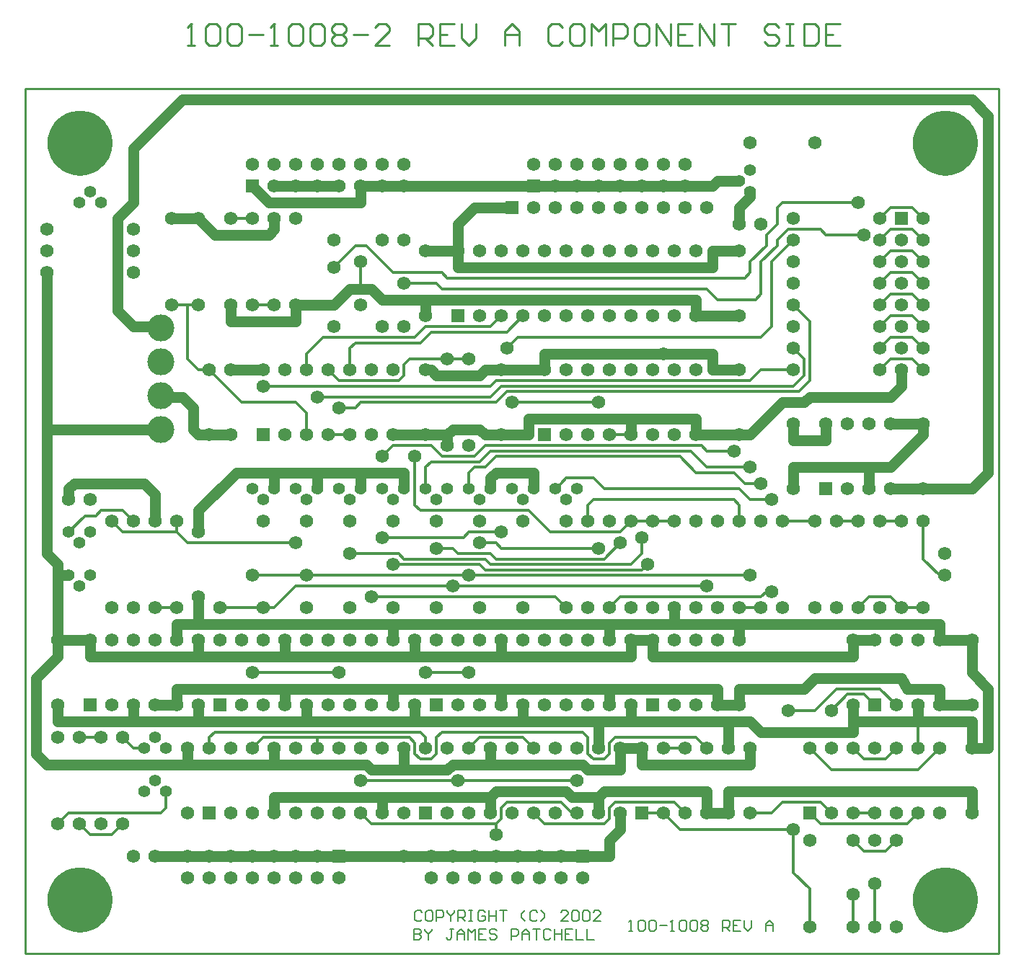
<source format=gtl>
*%FSLAX23Y23*%
*%MOIN*%
G01*
%ADD11C,0.006*%
%ADD12C,0.007*%
%ADD13C,0.008*%
%ADD14C,0.010*%
%ADD15C,0.012*%
%ADD16C,0.032*%
%ADD17C,0.036*%
%ADD18C,0.050*%
%ADD19C,0.052*%
%ADD20C,0.055*%
%ADD21C,0.056*%
%ADD22C,0.059*%
%ADD23C,0.062*%
%ADD24C,0.066*%
%ADD25C,0.070*%
%ADD26C,0.090*%
%ADD27C,0.125*%
%ADD28C,0.129*%
%ADD29C,0.140*%
%ADD30C,0.160*%
%ADD31C,0.250*%
%ADD32R,0.062X0.062*%
%ADD33R,0.066X0.066*%
D13*
X9828Y5869D02*
X9845D01*
X9836D01*
Y5919D01*
X9837D01*
X9836D02*
X9828Y5911D01*
X9870D02*
X9878Y5919D01*
X9895D01*
X9903Y5911D01*
Y5877D01*
X9895Y5869D01*
X9878D01*
X9870Y5877D01*
Y5911D01*
X9920D02*
X9928Y5919D01*
X9945D01*
X9953Y5911D01*
Y5877D01*
X9945Y5869D01*
X9928D01*
X9920Y5877D01*
Y5911D01*
X9970Y5894D02*
X10003D01*
X10020Y5869D02*
X10036D01*
X10028D01*
Y5919D01*
X10029D01*
X10028D02*
X10020Y5911D01*
X10061D02*
X10070Y5919D01*
X10086D01*
X10095Y5911D01*
Y5877D01*
X10086Y5869D01*
X10070D01*
X10061Y5877D01*
Y5911D01*
X10111D02*
X10120Y5919D01*
X10136D01*
X10145Y5911D01*
Y5877D01*
X10136Y5869D01*
X10120D01*
X10111Y5877D01*
Y5911D01*
X10161D02*
X10170Y5919D01*
X10186D01*
X10195Y5911D01*
Y5902D01*
X10186Y5894D01*
X10195Y5886D01*
Y5877D01*
X10186Y5869D01*
X10170D01*
X10161Y5877D01*
Y5886D01*
X10170Y5894D01*
X10161Y5902D01*
Y5911D01*
X10170Y5894D02*
X10186D01*
X10261Y5869D02*
Y5919D01*
X10286D01*
X10295Y5911D01*
Y5894D01*
X10286Y5886D01*
X10261D01*
X10278D02*
X10295Y5869D01*
X10311Y5919D02*
X10344D01*
X10311D02*
Y5869D01*
X10344D01*
X10328Y5894D02*
X10311D01*
X10361Y5886D02*
Y5919D01*
Y5886D02*
X10378Y5869D01*
X10394Y5886D01*
Y5919D01*
X10461Y5902D02*
Y5869D01*
Y5902D02*
X10478Y5919D01*
X10494Y5902D01*
Y5869D01*
Y5894D01*
X10461D01*
X8871Y5956D02*
X8863Y5964D01*
X8846D01*
X8838Y5956D01*
Y5922D01*
X8846Y5914D01*
X8863D01*
X8871Y5922D01*
X8896Y5964D02*
X8913D01*
X8896D02*
X8888Y5956D01*
Y5922D01*
X8896Y5914D01*
X8913D01*
X8921Y5922D01*
Y5956D01*
X8913Y5964D01*
X8938D02*
Y5914D01*
Y5964D02*
X8963D01*
X8971Y5956D01*
Y5939D01*
X8963Y5931D01*
X8938D01*
X8988Y5956D02*
Y5964D01*
Y5956D02*
X9005Y5939D01*
X9021Y5956D01*
Y5964D01*
X9005Y5939D02*
Y5914D01*
X9038D02*
Y5964D01*
X9063D01*
X9071Y5956D01*
Y5939D01*
X9063Y5931D01*
X9038D01*
X9055D02*
X9071Y5914D01*
X9088Y5964D02*
X9105D01*
X9096D01*
Y5914D01*
X9088D01*
X9105D01*
X9155Y5964D02*
X9163Y5956D01*
X9155Y5964D02*
X9138D01*
X9130Y5956D01*
Y5922D01*
X9138Y5914D01*
X9155D01*
X9163Y5922D01*
Y5939D01*
X9146D01*
X9180Y5964D02*
Y5914D01*
Y5939D01*
X9213D01*
Y5964D01*
Y5914D01*
X9230Y5964D02*
X9263D01*
X9246D01*
Y5914D01*
X9330Y5931D02*
X9346Y5914D01*
X9330Y5931D02*
Y5947D01*
X9346Y5964D01*
X9396D02*
X9404Y5956D01*
X9396Y5964D02*
X9379D01*
X9371Y5956D01*
Y5922D01*
X9379Y5914D01*
X9396D01*
X9404Y5922D01*
X9421Y5914D02*
X9438Y5931D01*
Y5947D01*
X9421Y5964D01*
X9513Y5914D02*
X9546D01*
X9513D02*
X9546Y5947D01*
Y5956D01*
X9538Y5964D01*
X9521D01*
X9513Y5956D01*
X9563D02*
X9571Y5964D01*
X9588D01*
X9596Y5956D01*
Y5922D01*
X9588Y5914D01*
X9571D01*
X9563Y5922D01*
Y5956D01*
X9613D02*
X9621Y5964D01*
X9638D01*
X9646Y5956D01*
Y5922D01*
X9638Y5914D01*
X9621D01*
X9613Y5922D01*
Y5956D01*
X9663Y5914D02*
X9696D01*
X9663D02*
X9696Y5947D01*
Y5956D01*
X9688Y5964D01*
X9671D01*
X9663Y5956D01*
X8833Y5879D02*
Y5829D01*
X8858D01*
X8866Y5837D01*
Y5846D01*
X8858Y5854D01*
X8833D01*
X8834D01*
X8833D02*
X8834D01*
X8833D02*
X8834D01*
X8833D02*
X8858D01*
X8866Y5862D01*
Y5871D01*
X8858Y5879D01*
X8833D01*
X8883D02*
Y5871D01*
X8900Y5854D01*
X8916Y5871D01*
Y5879D01*
X8900Y5854D02*
Y5829D01*
X9000Y5879D02*
X9016D01*
X9008D02*
X9000D01*
X9008D02*
Y5837D01*
X9000Y5829D01*
X8991D01*
X8983Y5837D01*
X9033Y5829D02*
Y5862D01*
X9050Y5879D01*
X9066Y5862D01*
Y5829D01*
Y5854D01*
X9033D01*
X9083Y5829D02*
Y5879D01*
X9100Y5862D01*
X9116Y5879D01*
Y5829D01*
X9133Y5879D02*
X9166D01*
X9133D02*
Y5829D01*
X9166D01*
X9150Y5854D02*
X9133D01*
X9208Y5879D02*
X9216Y5871D01*
X9208Y5879D02*
X9191D01*
X9183Y5871D01*
Y5862D01*
X9191Y5854D01*
X9208D01*
X9216Y5846D01*
Y5837D01*
X9208Y5829D01*
X9191D01*
X9183Y5837D01*
X9283Y5829D02*
Y5879D01*
X9308D01*
X9316Y5871D01*
Y5854D01*
X9308Y5846D01*
X9283D01*
X9333Y5829D02*
Y5862D01*
X9349Y5879D01*
X9366Y5862D01*
Y5829D01*
Y5854D01*
X9333D01*
X9383Y5879D02*
X9416D01*
X9399D01*
Y5829D01*
X9458Y5879D02*
X9466Y5871D01*
X9458Y5879D02*
X9441D01*
X9433Y5871D01*
Y5837D01*
X9441Y5829D01*
X9458D01*
X9466Y5837D01*
X9483Y5829D02*
Y5879D01*
Y5854D02*
Y5829D01*
Y5854D02*
X9516D01*
Y5879D01*
Y5829D01*
X9533Y5879D02*
X9566D01*
X9533D02*
Y5829D01*
X9566D01*
X9549Y5854D02*
X9533D01*
X9583Y5879D02*
Y5829D01*
X9616D01*
X9633D02*
Y5879D01*
Y5829D02*
X9666D01*
D14*
X7821Y9964D02*
X7788D01*
X7805D02*
X7821D01*
X7805D02*
Y10064D01*
X7806D01*
X7805D02*
X7788Y10047D01*
X7871D02*
X7888Y10064D01*
X7921D01*
X7938Y10047D01*
Y9981D01*
X7921Y9964D01*
X7888D01*
X7871Y9981D01*
Y10047D01*
X7971D02*
X7988Y10064D01*
X8021D01*
X8038Y10047D01*
Y9981D01*
X8021Y9964D01*
X7988D01*
X7971Y9981D01*
Y10047D01*
X8071Y10014D02*
X8138D01*
X8171Y9964D02*
X8205D01*
X8188D01*
Y10064D01*
X8189D01*
X8188D02*
X8171Y10047D01*
X8255D02*
X8271Y10064D01*
X8304D01*
X8321Y10047D01*
Y9981D01*
X8304Y9964D01*
X8271D01*
X8255Y9981D01*
Y10047D01*
X8354D02*
X8371Y10064D01*
X8404D01*
X8421Y10047D01*
Y9981D01*
X8404Y9964D01*
X8371D01*
X8354Y9981D01*
Y10047D01*
X8454D02*
X8471Y10064D01*
X8504D01*
X8521Y10047D01*
Y10031D01*
X8504Y10014D01*
X8521Y9997D01*
Y9981D01*
X8504Y9964D01*
X8471D01*
X8454Y9981D01*
Y9997D01*
X8471Y10014D01*
X8454Y10031D01*
Y10047D01*
X8471Y10014D02*
X8504D01*
X8554D02*
X8621D01*
X8654Y9964D02*
X8721D01*
X8654D02*
X8721Y10031D01*
Y10047D01*
X8704Y10064D01*
X8671D01*
X8654Y10047D01*
X8854Y10064D02*
Y9964D01*
Y10064D02*
X8904D01*
X8921Y10047D01*
Y10014D01*
X8904Y9997D01*
X8854D01*
X8888D02*
X8921Y9964D01*
X8954Y10064D02*
X9021D01*
X8954D02*
Y9964D01*
X9021D01*
X8988Y10014D02*
X8954D01*
X9054Y9997D02*
Y10064D01*
Y9997D02*
X9088Y9964D01*
X9121Y9997D01*
Y10064D01*
X9254Y10031D02*
Y9964D01*
Y10031D02*
X9288Y10064D01*
X9321Y10031D01*
Y9964D01*
Y10014D01*
X9254D01*
X9504Y10064D02*
X9521Y10047D01*
X9504Y10064D02*
X9471D01*
X9454Y10047D01*
Y9981D01*
X9471Y9964D01*
X9504D01*
X9521Y9981D01*
X9571Y10064D02*
X9604D01*
X9571D02*
X9554Y10047D01*
Y9981D01*
X9571Y9964D01*
X9604D01*
X9621Y9981D01*
Y10047D01*
X9604Y10064D01*
X9654D02*
Y9964D01*
X9687Y10031D02*
X9654Y10064D01*
X9687Y10031D02*
X9721Y10064D01*
Y9964D01*
X9754D02*
Y10064D01*
X9804D01*
X9821Y10047D01*
Y10014D01*
X9804Y9997D01*
X9754D01*
X9871Y10064D02*
X9904D01*
X9871D02*
X9854Y10047D01*
Y9981D01*
X9871Y9964D01*
X9904D01*
X9921Y9981D01*
Y10047D01*
X9904Y10064D01*
X9954D02*
Y9964D01*
X10021D02*
X9954Y10064D01*
X10021D02*
Y9964D01*
X10054Y10064D02*
X10121D01*
X10054D02*
Y9964D01*
X10121D01*
X10087Y10014D02*
X10054D01*
X10154Y9964D02*
Y10064D01*
X10221Y9964D01*
Y10064D01*
X10254D02*
X10321D01*
X10287D01*
Y9964D01*
X10504Y10064D02*
X10520Y10047D01*
X10504Y10064D02*
X10470D01*
X10454Y10047D01*
Y10031D01*
X10470Y10014D01*
X10504D01*
X10520Y9997D01*
Y9981D01*
X10504Y9964D01*
X10470D01*
X10454Y9981D01*
X10554Y10064D02*
X10587D01*
X10570D01*
Y9964D01*
X10554D01*
X10587D01*
X10637D02*
Y10064D01*
Y9964D02*
X10687D01*
X10704Y9981D01*
Y10047D01*
X10687Y10064D01*
X10637D01*
X10737D02*
X10804D01*
X10737D02*
Y9964D01*
X10804D01*
X10770Y10014D02*
X10737D01*
X11538Y9764D02*
X7038D01*
Y5764D02*
X11538D01*
X7038D02*
Y9764D01*
X11538D02*
Y5764D01*
D15*
X8038Y8314D02*
X7888Y8464D01*
X8613Y9039D02*
X8738Y8914D01*
X7238Y6414D02*
X7188Y6364D01*
X7363Y7789D02*
X7388Y7814D01*
X7313Y7789D02*
X7238Y7714D01*
X7288Y6364D02*
X7338Y6314D01*
X7438D01*
X10913Y6239D02*
X11013D01*
X7488Y6364D02*
X7438Y6314D01*
X7538Y6714D02*
X7488Y6764D01*
X7538Y7764D02*
X7488Y7814D01*
X7438Y7764D02*
X7488Y7714D01*
X10713Y6364D02*
X11113D01*
X10963Y6414D02*
X10863D01*
X9713Y6364D02*
X9438D01*
X9763Y6464D02*
X10038D01*
X9213Y6364D02*
X8638D01*
X9263Y6464D02*
X9513D01*
X9563Y6414D02*
X9588D01*
X7663D02*
X7238D01*
X10063Y6339D02*
X10588D01*
X9988Y6414D02*
X9888D01*
X10538Y6464D02*
X10713D01*
X10488Y6414D02*
X10388D01*
X7688Y6439D02*
Y6514D01*
X7788Y8514D02*
Y8764D01*
X7738Y7764D02*
Y7714D01*
X7688Y6439D02*
X7663Y6414D01*
X7838Y8464D02*
X7788Y8514D01*
X7738Y7714D02*
X7788Y7664D01*
X10913Y6664D02*
X11013D01*
X8913D02*
X8863D01*
X9663D02*
X9713D01*
X9988Y6714D02*
X10088D01*
X7588D02*
X7538D01*
X8588Y6564D02*
X9588D01*
X10763Y6614D02*
X11163D01*
X7888Y6714D02*
Y6764D01*
X7913Y6789D01*
X8138Y6764D02*
X8813D01*
X8963Y6789D02*
X9613D01*
X9763Y6764D02*
X10138D01*
X8863Y6789D02*
X7913D01*
X9138Y6764D02*
X9338D01*
X7388D02*
X7288D01*
X10563Y6889D02*
X10688D01*
X8138Y6764D02*
X8088Y6714D01*
X8188Y7364D02*
X8288Y7464D01*
X8088Y7064D02*
X8488D01*
X8888D02*
X9088D01*
X10838Y6964D02*
X10913D01*
X10988Y6989D02*
X10788D01*
X8338Y8164D02*
Y8264D01*
Y8464D02*
Y8539D01*
X8413Y8614D01*
X8288Y8314D02*
X8338Y8264D01*
X8388Y6764D02*
Y6714D01*
X8538Y8464D02*
Y8564D01*
X8563Y8589D01*
X8588Y8314D02*
X8563Y8289D01*
X8463Y8939D02*
X8563Y9039D01*
X8438Y8464D02*
X8488Y8414D01*
X10463Y7439D02*
X10488D01*
X10438Y7414D02*
X9788D01*
X10338Y7364D02*
X10343D01*
X10438D01*
X10188Y7464D02*
X9013D01*
X8288D01*
X8188Y7364D02*
X8138D01*
X7938D01*
X7738D02*
X7638D01*
X8638Y7414D02*
X9488D01*
X10938D02*
X11038D01*
X11088Y7364D02*
X11188D01*
X8588Y8839D02*
Y8964D01*
X8788Y8439D02*
X8763Y8414D01*
X8738Y8114D02*
X8688Y8064D01*
X8763Y7614D02*
X8788Y7589D01*
X8588Y6414D02*
X8638Y6364D01*
X9138Y7664D02*
X9213D01*
X9013Y7639D02*
X8938D01*
X9088Y7514D02*
X8338D01*
X8688Y7689D02*
X9063D01*
X9138Y7564D02*
X8738D01*
X8788Y7589D02*
X9163D01*
X9188Y7614D02*
X9038D01*
X11263Y7514D02*
X11288D01*
X9688Y7639D02*
X9238D01*
X9213Y7589D02*
X9713D01*
X9838Y7564D02*
X9188D01*
X9163Y7539D02*
X9888D01*
X10388Y7514D02*
X9088D01*
X8763Y7614D02*
X8538D01*
X8338Y7514D02*
X8088D01*
X8288Y7664D02*
X7788D01*
X8838Y6739D02*
Y6689D01*
X8938D02*
Y6764D01*
X8888D02*
Y6714D01*
X8788Y8439D02*
Y8489D01*
X8888Y8014D02*
Y7914D01*
X8838Y7839D02*
Y8064D01*
X8938Y6689D02*
X8913Y6664D01*
X8938Y6764D02*
X8963Y6789D01*
X8838Y8614D02*
X8888Y8664D01*
X8813Y8514D02*
X8788Y8489D01*
X8863Y8589D02*
X8913Y8639D01*
Y8039D02*
X8888Y8014D01*
X8813Y6764D02*
X8838Y6739D01*
Y6689D02*
X8863Y6664D01*
X8888Y6764D02*
X8863Y6789D01*
Y7814D02*
X8838Y7839D01*
X8963Y8064D02*
X8913Y8114D01*
X8963Y8839D02*
X8938Y8864D01*
X8963Y8914D02*
X8988Y8889D01*
X7488Y7814D02*
X7388D01*
X7363Y7789D02*
X7313D01*
X9838Y7764D02*
X9938D01*
X10038D01*
X10313Y7864D02*
X9663D01*
X9238Y7714D02*
X9088D01*
X9463D02*
X9788D01*
X9363Y7814D02*
X8863D01*
X10388Y7864D02*
X10488D01*
X10788Y7764D02*
X10888D01*
X10988D02*
X11088D01*
X10688D02*
X10538D01*
X7738Y7714D02*
X7488D01*
X9088Y7914D02*
Y7989D01*
X9138Y6764D02*
X9088Y6714D01*
X9063Y7689D02*
X9088Y7714D01*
X9113Y8064D02*
X9163Y8114D01*
X9188Y8089D02*
X9138Y8039D01*
X9113Y8014D02*
X9088Y7989D01*
X9163Y8014D02*
X9213Y8064D01*
X9013Y7639D02*
X9038Y7614D01*
X9163Y7589D02*
X9188Y7564D01*
X9163Y7539D02*
X9138Y7564D01*
X9538Y7964D02*
X9663D01*
X9113Y8064D02*
X8963D01*
X10188Y8089D02*
X10313D01*
X9113Y8039D02*
X8913D01*
X9113D02*
X9138D01*
X9188Y8089D02*
X10113D01*
X10188Y8014D02*
X10388D01*
X9163D02*
X9113D01*
X9213Y8064D02*
X10063D01*
X10138Y7989D02*
X10313D01*
X10338Y7914D02*
X9713D01*
X10363Y7939D02*
X10438D01*
X9238Y6439D02*
Y6389D01*
X9213Y6364D02*
Y6314D01*
Y6364D02*
X9238Y6389D01*
Y6439D02*
X9263Y6464D01*
X9188Y8664D02*
X9238Y8714D01*
X9263Y8639D02*
X9338Y8714D01*
X9213Y8414D02*
X9188Y8389D01*
Y8339D02*
X9238Y8389D01*
X9263Y8364D02*
X9213Y8314D01*
X9263Y8564D02*
X9313Y8614D01*
X9338Y6764D02*
X9388Y6714D01*
X9463Y7714D02*
X9363Y7814D01*
X9213Y7664D02*
X9238Y7639D01*
X9188Y7614D02*
X9213Y7589D01*
X9738Y8164D02*
X9838D01*
X8538D02*
X8438D01*
X9163Y8114D02*
X10163D01*
X8913D02*
X8738D01*
X9488Y7914D02*
X9513Y7939D01*
X9538Y7964D01*
X9388Y6414D02*
X9438Y6364D01*
X9513Y6464D02*
X9563Y6414D01*
X9538Y7364D02*
X9488Y7414D01*
X9288Y8314D02*
X9688D01*
X8288D02*
X8038D01*
X7888Y8464D02*
X7838D01*
X8488Y8414D02*
X8763D01*
X9188Y8389D02*
X8138D01*
X9213Y8414D02*
X10388D01*
X10438Y8464D02*
X10588D01*
X9163Y8339D02*
X8388D01*
X9163D02*
X9188D01*
X9238Y8389D02*
X10563D01*
X10588D01*
X8563Y8289D02*
X8488D01*
X8588Y8314D02*
X9213D01*
X9263Y8364D02*
X10613D01*
X9738Y6439D02*
Y6389D01*
X9638Y6689D02*
Y6764D01*
X9738Y6739D02*
Y6689D01*
X9638Y7764D02*
Y7839D01*
X9738Y6389D02*
X9713Y6364D01*
X9738Y6439D02*
X9763Y6464D01*
X9713Y6664D02*
X9738Y6689D01*
Y6739D02*
X9763Y6764D01*
X9738Y7364D02*
X9788Y7414D01*
X9638Y7839D02*
X9663Y7864D01*
X9788Y7664D02*
X9713Y7589D01*
X9613Y6789D02*
X9638Y6764D01*
Y6689D02*
X9663Y6664D01*
X9713Y7914D02*
X9663Y7964D01*
X11038Y8614D02*
X11138D01*
Y8514D02*
X11038D01*
X9188Y8664D02*
X8888D01*
X8838Y8614D02*
X8413D01*
X8813Y8514D02*
X8988D01*
X9088D01*
X8913Y8639D02*
X9263D01*
X8863Y8589D02*
X8563D01*
X9313Y8614D02*
X10438D01*
X9888Y7689D02*
Y7614D01*
X9788Y7714D02*
X9838Y7764D01*
X9913Y7564D02*
X9888Y7539D01*
X9838Y7564D02*
X9888Y7614D01*
X7838Y8764D02*
X7713D01*
X8088D02*
X8188D01*
X11038Y8814D02*
X11138D01*
Y8714D02*
X11038D01*
X8938Y8864D02*
X8788D01*
X8963Y8839D02*
X10188D01*
X10238Y8789D02*
X10413D01*
X10038Y6464D02*
X10088Y6414D01*
X10188Y6714D02*
X10138Y6764D01*
X10188Y8014D02*
X10113Y8089D01*
X10063Y8064D02*
X10138Y7989D01*
X9988Y6414D02*
X10063Y6339D01*
X11038Y9014D02*
X11138D01*
Y8914D02*
X11038D01*
X8613Y9039D02*
X8563D01*
X8738Y8914D02*
X8963D01*
X8988Y8889D02*
X10363D01*
X10338Y7839D02*
Y7764D01*
Y7839D02*
X10313Y7864D01*
X10188Y8089D02*
X10163Y8114D01*
X10338Y7914D02*
X10388Y7864D01*
X10363Y7939D02*
X10313Y7989D01*
X10238Y8789D02*
X10188Y8839D01*
X8088Y9164D02*
X7988D01*
X11038Y9214D02*
X11138D01*
Y9114D02*
X11038D01*
X10713D02*
X10563D01*
X10538Y9239D02*
X10888D01*
X10913Y9089D02*
X10738D01*
X10488Y8964D02*
Y8664D01*
X10438Y8814D02*
Y8964D01*
X10513Y9039D02*
Y9064D01*
X10388Y8964D02*
Y8914D01*
X10463Y9039D02*
Y9089D01*
X10513Y9139D02*
Y9214D01*
X10463Y7439D02*
X10438Y7414D01*
X10388Y8414D02*
X10438Y8464D01*
Y8614D02*
X10488Y8664D01*
Y8964D02*
X10588Y9064D01*
X10538Y6464D02*
X10488Y6414D01*
X10413Y8789D02*
X10438Y8814D01*
Y8964D02*
X10513Y9039D01*
Y9064D02*
X10563Y9114D01*
X10388Y8914D02*
X10363Y8889D01*
X10388Y8964D02*
X10463Y9039D01*
Y9089D02*
X10513Y9139D01*
Y9214D02*
X10538Y9239D01*
X10638Y8514D02*
Y8439D01*
X10663Y8414D02*
Y8689D01*
Y6064D02*
Y5989D01*
X10588Y6139D02*
Y6339D01*
X10663Y5989D02*
Y5889D01*
X10588Y8389D02*
X10638Y8439D01*
X10663Y8414D02*
X10613Y8364D01*
X10788Y6989D02*
X10688Y6889D01*
X10663Y6714D02*
X10763Y6614D01*
X10638Y8514D02*
X10588Y8564D01*
X10663Y8689D02*
X10588Y8764D01*
X10663Y6414D02*
X10713Y6364D01*
X10588Y6139D02*
X10663Y6064D01*
X10763Y6414D02*
X10713Y6464D01*
X10738Y9089D02*
X10713Y9114D01*
X10863Y6039D02*
Y5889D01*
X10763Y6889D02*
X10838Y6964D01*
X10888Y7364D02*
X10938Y7414D01*
X10863Y6714D02*
X10913Y6664D01*
X10963Y6914D02*
X10913Y6964D01*
X10863Y6289D02*
X10913Y6239D01*
X10963Y6089D02*
Y5889D01*
X11113Y6364D02*
X11163Y6414D01*
X11013Y6664D02*
X11063Y6714D01*
X10988Y9164D02*
X11038Y9214D01*
Y9114D02*
X10988Y9064D01*
X11038Y9014D02*
X10988Y8964D01*
X11038Y8914D02*
X10988Y8864D01*
X11038Y8814D02*
X10988Y8764D01*
X11038Y8714D02*
X10988Y8664D01*
X11038Y8614D02*
X10988Y8564D01*
X11038Y8514D02*
X10988Y8464D01*
X11063Y6289D02*
X11013Y6239D01*
X11063Y6914D02*
X10988Y6989D01*
X11088Y7364D02*
X11038Y7414D01*
X11163Y6914D02*
Y6714D01*
X11188Y7589D02*
Y7764D01*
X11263Y6714D02*
X11163Y6614D01*
X11188Y9164D02*
X11138Y9214D01*
Y9114D02*
X11188Y9064D01*
X11138Y9014D02*
X11188Y8964D01*
X11138Y8914D02*
X11188Y8864D01*
X11138Y8814D02*
X11188Y8764D01*
X11138Y8714D02*
X11188Y8664D01*
X11138Y8614D02*
X11188Y8564D01*
X11138Y8514D02*
X11188Y8464D01*
Y7589D02*
X11263Y7514D01*
D18*
X7538Y9239D02*
X7463Y9164D01*
X10388Y8164D02*
X10538Y8314D01*
X10638D02*
X10663Y8339D01*
X11038D02*
X11088Y8389D01*
X7763Y9714D02*
X7538Y9489D01*
X11463Y7964D02*
X11488Y7989D01*
X11463Y7964D02*
X11413Y7914D01*
X7188Y7139D02*
X7088Y7039D01*
X9688Y6489D02*
X9713Y6514D01*
X9213D02*
X9188Y6489D01*
X9013Y6639D02*
X8988Y6614D01*
X11038Y8014D02*
X11188Y8164D01*
X7263Y7939D02*
X7238Y7914D01*
X10338Y9214D02*
X10388Y9264D01*
X10238Y9339D02*
X10213Y9314D01*
X9113Y9214D02*
X9038Y9139D01*
X8538Y8839D02*
X8463Y8764D01*
X9013Y8189D02*
X8988Y8164D01*
X9138Y8439D02*
X9163Y8464D01*
X8013Y7989D02*
X7838Y7814D01*
X9188Y7964D02*
X9213Y7989D01*
X9788Y6339D02*
X9738Y6289D01*
X10638Y6989D02*
X10688Y7039D01*
X8188Y9114D02*
X8163Y9089D01*
X7763Y8339D02*
X7813Y8289D01*
Y8189D02*
X7838Y8164D01*
X7188Y7564D02*
X7138Y7614D01*
X7538Y8664D02*
X7463Y8739D01*
X11413Y9714D02*
X11488Y9639D01*
X7888Y9114D02*
X7838Y9164D01*
X7088Y6689D02*
X7138Y6639D01*
X9538Y6514D02*
X9563Y6489D01*
X9638Y6614D02*
X9613Y6639D01*
X11413Y7064D02*
X11488Y6989D01*
X8638Y6614D02*
X8613Y6639D01*
X7638Y7889D02*
X7588Y7939D01*
X8638Y8839D02*
X8688Y8789D01*
X8163Y9239D02*
X8138Y9264D01*
X8088Y9314D01*
X9138Y8189D02*
X9163Y8164D01*
X8938Y8439D02*
X8913Y8464D01*
X10388Y6839D02*
X10438Y6789D01*
X7913Y9089D02*
X7888Y9114D01*
X11088Y7039D02*
X11113Y6989D01*
X7138Y7614D02*
Y8914D01*
X7188Y7564D02*
Y7514D01*
Y7214D01*
Y7139D01*
X7088Y7039D02*
Y6689D01*
X7188Y6839D02*
Y6914D01*
X7238Y7864D02*
Y7914D01*
X7338Y7214D02*
Y7139D01*
X8913Y6214D02*
X9013D01*
X9113D01*
X9213D01*
X9313D01*
X9413D01*
X9513D01*
X9613D01*
X7788D02*
X7638D01*
X7788D02*
X7888D01*
X7988D01*
X8088D01*
X8188D01*
X8288D01*
X8388D01*
X8488D01*
X9613D02*
X9738D01*
X8913D02*
X8488D01*
X7463Y8739D02*
Y9164D01*
X7538Y9239D02*
Y9489D01*
Y6914D02*
Y6839D01*
X9713Y6514D02*
X10188D01*
X9538D02*
X9213D01*
X9563Y6489D02*
X9688D01*
X8688D02*
X8188D01*
X8688D02*
X9188D01*
X10188Y6414D02*
X10288D01*
Y6514D02*
X11413D01*
X7738Y7214D02*
Y7289D01*
Y6989D02*
Y6914D01*
X7638Y7764D02*
Y7889D01*
X7788Y6714D02*
Y6639D01*
X7138D01*
X8638Y6614D02*
X8788D01*
X8988D01*
X9013Y6639D02*
X9188D01*
X9613D01*
X9638Y6614D02*
X9788D01*
X11413Y6714D02*
X11488D01*
X8613Y6639D02*
X8188D01*
X7788D01*
X9788Y6714D02*
X9888D01*
Y6639D02*
X10388D01*
X7813Y8189D02*
Y8289D01*
X7988Y8689D02*
Y8764D01*
X7838Y7814D02*
Y7714D01*
Y6914D02*
Y6839D01*
Y7289D02*
Y7414D01*
Y7214D02*
Y7139D01*
Y6839D02*
X8338D01*
X7838D02*
X7538D01*
X7188D01*
X7638Y6914D02*
X7738D01*
X10238D02*
X10338D01*
X11263D02*
X11413D01*
Y6839D02*
X11163D01*
X10863D01*
X9338D02*
X8838D01*
X8688D01*
X8338D01*
X9338D02*
X9688D01*
X9838D01*
X10288D01*
X10388D01*
X10438Y6789D02*
X10863D01*
X8188Y9114D02*
Y9164D01*
Y6714D02*
Y6639D01*
Y6489D02*
Y6414D01*
Y7914D02*
Y7989D01*
X8238Y6989D02*
X7738D01*
X8238D02*
X8738D01*
X9238D01*
X9738D01*
X10238D01*
X10338D02*
X10638D01*
X10688Y7039D02*
X11088D01*
X11113Y6989D02*
X11263D01*
X8288Y8689D02*
Y8764D01*
X8338Y6914D02*
Y6839D01*
X8238Y7139D02*
Y7214D01*
Y6989D02*
Y6914D01*
X8838Y7139D02*
X9238D01*
X9838D01*
X7838Y7289D02*
X7738D01*
X7838D02*
X8738D01*
X9738D01*
X10038D01*
X10338D01*
X11263Y7214D02*
X11413D01*
X10963D02*
X10863D01*
X9938D02*
X9838D01*
X8838Y7139D02*
X8238D01*
X7838D01*
X7338D01*
Y7214D02*
X7188D01*
X10338Y7289D02*
X11263D01*
X10863Y7139D02*
X9938D01*
X8388Y7914D02*
Y7989D01*
X8588Y9239D02*
Y9314D01*
Y7989D02*
Y7914D01*
X8738Y7289D02*
Y7214D01*
Y6989D02*
Y6914D01*
X8688Y6489D02*
Y6414D01*
X7238Y7514D02*
X7188D01*
X8788Y6714D02*
Y6614D01*
Y7914D02*
Y7989D01*
X8888Y8714D02*
Y8789D01*
X8838Y7214D02*
Y7139D01*
Y6914D02*
Y6839D01*
X9038Y9014D02*
Y9139D01*
Y9014D02*
Y8939D01*
X8988Y8164D02*
Y8114D01*
X11188Y7914D02*
X11413D01*
X11038Y8014D02*
X10588D01*
X11038Y7914D02*
X11188D01*
X7588Y7939D02*
X7263D01*
X8588Y7989D02*
X8788D01*
X8588D02*
X8388D01*
X8188D01*
X8013D01*
X9213D02*
X9388D01*
X9363Y8164D02*
Y8239D01*
X9238Y7214D02*
Y7139D01*
X9188Y7914D02*
Y7964D01*
X9238Y6989D02*
Y6914D01*
X9188Y6489D02*
Y6414D01*
X9338Y6839D02*
Y6914D01*
X9188Y6714D02*
Y6639D01*
X10338Y8164D02*
X10388D01*
X7888D02*
X7838D01*
X7663Y8189D02*
X7138D01*
X10588Y8139D02*
X10738D01*
X9363Y8164D02*
X9238D01*
X9363Y8239D02*
X10138D01*
Y8164D02*
X10338D01*
X9138Y8189D02*
X9013D01*
X9163Y8164D02*
X9238D01*
X8988D02*
X8888D01*
X8738D01*
X7988D02*
X7888D01*
X11038Y8214D02*
X11188D01*
X9388Y7989D02*
Y7914D01*
X9438Y8464D02*
Y8539D01*
X10538Y8314D02*
X10638D01*
X10663Y8339D02*
X11038D01*
X7763D02*
X7663D01*
X7988Y8464D02*
X8138D01*
X8888D02*
X8913D01*
X8938Y8439D02*
X9138D01*
X9163Y8464D02*
X9238D01*
X9438D01*
X10213D02*
X10338D01*
X9738Y6289D02*
Y6214D01*
Y7214D02*
Y7289D01*
Y6989D02*
Y6914D01*
X9688Y6489D02*
Y6414D01*
Y6714D02*
Y6839D01*
X7663Y8664D02*
X7538D01*
X9438Y8539D02*
X10213D01*
X9838Y8239D02*
Y8164D01*
X9788Y6714D02*
Y6614D01*
X9838Y7139D02*
Y7214D01*
X9938D02*
Y7139D01*
X9888Y6714D02*
Y6639D01*
X9788Y6414D02*
Y6339D01*
X9838Y6839D02*
Y6914D01*
X8463Y8764D02*
X8288D01*
X8538Y8839D02*
X8638D01*
X8688Y8789D02*
X8888D01*
X8288Y8689D02*
X7988D01*
X8888Y8789D02*
X10138D01*
Y8714D02*
X10338D01*
X10138Y8239D02*
Y8164D01*
Y8714D02*
Y8789D01*
X10038Y7364D02*
Y7289D01*
X10213Y9014D02*
X10338D01*
X10213Y8939D02*
X9038D01*
Y9014D02*
X8888D01*
X10188Y6514D02*
Y6414D01*
X10338Y9139D02*
Y9214D01*
X10213Y9014D02*
Y8939D01*
X10238Y6989D02*
Y6914D01*
X10338D02*
Y6989D01*
X10213Y8464D02*
Y8539D01*
X10288Y6514D02*
Y6414D01*
Y6714D02*
Y6839D01*
X10338Y7214D02*
Y7289D01*
X7838Y9164D02*
X7713D01*
X9113Y9214D02*
X9288D01*
X8588Y9239D02*
X8163D01*
Y9089D02*
X7913D01*
X10388Y9264D02*
Y9289D01*
Y6714D02*
Y6639D01*
X9388Y9314D02*
X8788D01*
X10238Y9339D02*
X10338D01*
X10213Y9314D02*
X10088D01*
X8288D02*
X8188D01*
X8288D02*
X8388D01*
X8488D01*
X8588D02*
X8688D01*
X8788D01*
X9388D02*
X9488D01*
X9588D01*
X9688D01*
X9788D01*
X9888D01*
X9988D01*
X10088D01*
X10588Y8014D02*
Y7989D01*
Y8139D02*
Y8214D01*
Y7989D02*
Y7914D01*
X10738Y8139D02*
Y8214D01*
X10863Y7214D02*
Y7139D01*
Y6914D02*
Y6839D01*
Y6789D02*
Y6914D01*
X11413Y9714D02*
X7763D01*
X11088Y8464D02*
Y8389D01*
X10938Y8014D02*
Y7914D01*
X11188Y8164D02*
Y8214D01*
X11263Y7289D02*
Y7214D01*
Y6989D02*
Y6914D01*
X11163D02*
Y6839D01*
X11488Y7989D02*
Y9639D01*
Y6989D02*
Y6714D01*
X11413Y7064D02*
Y7214D01*
Y6839D02*
Y6714D01*
Y6514D02*
Y6414D01*
X7163Y6014D02*
X7164D01*
X7163D02*
X7163Y6004D01*
X7165Y5994D01*
X7167Y5984D01*
X7169Y5974D01*
X7173Y5965D01*
X7177Y5956D01*
X7182Y5947D01*
X7188Y5939D01*
X7194Y5931D01*
X7201Y5924D01*
X7209Y5917D01*
X7217Y5911D01*
X7226Y5906D01*
X7234Y5901D01*
X7244Y5897D01*
X7253Y5894D01*
X7263Y5892D01*
X7273Y5890D01*
X7283Y5889D01*
X7293D01*
X7303Y5890D01*
X7313Y5892D01*
X7323Y5894D01*
X7332Y5897D01*
X7342Y5901D01*
X7350Y5906D01*
X7359Y5911D01*
X7367Y5917D01*
X7375Y5924D01*
X7382Y5931D01*
X7388Y5939D01*
X7394Y5947D01*
X7399Y5956D01*
X7403Y5965D01*
X7407Y5974D01*
X7409Y5984D01*
X7411Y5994D01*
X7413Y6004D01*
X7413Y6014D01*
X7414D01*
X7413D02*
X7413Y6024D01*
X7411Y6034D01*
X7409Y6044D01*
X7407Y6054D01*
X7403Y6063D01*
X7399Y6072D01*
X7394Y6081D01*
X7388Y6089D01*
X7382Y6097D01*
X7375Y6104D01*
X7367Y6111D01*
X7359Y6117D01*
X7350Y6122D01*
X7342Y6127D01*
X7332Y6131D01*
X7323Y6134D01*
X7313Y6136D01*
X7303Y6138D01*
X7293Y6139D01*
X7283D01*
X7273Y6138D01*
X7263Y6136D01*
X7253Y6134D01*
X7244Y6131D01*
X7234Y6127D01*
X7226Y6122D01*
X7217Y6117D01*
X7209Y6111D01*
X7201Y6104D01*
X7194Y6097D01*
X7188Y6089D01*
X7182Y6081D01*
X7177Y6072D01*
X7173Y6063D01*
X7169Y6054D01*
X7167Y6044D01*
X7165Y6034D01*
X7163Y6024D01*
X7163Y6014D01*
X7211D02*
X7212D01*
X7211D02*
X7212Y6005D01*
X7213Y5996D01*
X7216Y5988D01*
X7219Y5979D01*
X7224Y5972D01*
X7229Y5965D01*
X7235Y5958D01*
X7242Y5952D01*
X7250Y5947D01*
X7258Y5943D01*
X7266Y5940D01*
X7275Y5938D01*
X7284Y5937D01*
X7292D01*
X7301Y5938D01*
X7310Y5940D01*
X7318Y5943D01*
X7326Y5947D01*
X7334Y5952D01*
X7341Y5958D01*
X7347Y5965D01*
X7352Y5972D01*
X7357Y5979D01*
X7360Y5988D01*
X7363Y5996D01*
X7364Y6005D01*
X7365Y6014D01*
X7366D01*
X7365D02*
X7364Y6023D01*
X7363Y6032D01*
X7360Y6040D01*
X7357Y6049D01*
X7352Y6056D01*
X7347Y6063D01*
X7341Y6070D01*
X7334Y6076D01*
X7326Y6081D01*
X7318Y6085D01*
X7310Y6088D01*
X7301Y6090D01*
X7292Y6091D01*
X7284D01*
X7275Y6090D01*
X7266Y6088D01*
X7258Y6085D01*
X7250Y6081D01*
X7242Y6076D01*
X7235Y6070D01*
X7229Y6063D01*
X7224Y6056D01*
X7219Y6049D01*
X7216Y6040D01*
X7213Y6032D01*
X7212Y6023D01*
X7211Y6014D01*
X7259D02*
X7260D01*
X7259D02*
X7260Y6008D01*
X7262Y6002D01*
X7265Y5997D01*
X7269Y5992D01*
X7274Y5989D01*
X7279Y5986D01*
X7285Y5985D01*
X7291D01*
X7297Y5986D01*
X7302Y5989D01*
X7307Y5992D01*
X7311Y5997D01*
X7314Y6002D01*
X7316Y6008D01*
X7317Y6014D01*
X7318D01*
X7317D02*
X7316Y6020D01*
X7314Y6026D01*
X7311Y6031D01*
X7307Y6036D01*
X7302Y6039D01*
X7297Y6042D01*
X7291Y6043D01*
X7285D01*
X7279Y6042D01*
X7274Y6039D01*
X7269Y6036D01*
X7265Y6031D01*
X7262Y6026D01*
X7260Y6020D01*
X7259Y6014D01*
X7288D02*
D03*
X7163Y9514D02*
X7164D01*
X7163D02*
X7163Y9504D01*
X7165Y9494D01*
X7167Y9484D01*
X7169Y9474D01*
X7173Y9465D01*
X7177Y9456D01*
X7182Y9447D01*
X7188Y9439D01*
X7194Y9431D01*
X7201Y9424D01*
X7209Y9417D01*
X7217Y9411D01*
X7226Y9406D01*
X7234Y9401D01*
X7244Y9397D01*
X7253Y9394D01*
X7263Y9392D01*
X7273Y9390D01*
X7283Y9389D01*
X7293D01*
X7303Y9390D01*
X7313Y9392D01*
X7323Y9394D01*
X7332Y9397D01*
X7342Y9401D01*
X7350Y9406D01*
X7359Y9411D01*
X7367Y9417D01*
X7375Y9424D01*
X7382Y9431D01*
X7388Y9439D01*
X7394Y9447D01*
X7399Y9456D01*
X7403Y9465D01*
X7407Y9474D01*
X7409Y9484D01*
X7411Y9494D01*
X7413Y9504D01*
X7413Y9514D01*
X7414D01*
X7413D02*
X7413Y9524D01*
X7411Y9534D01*
X7409Y9544D01*
X7407Y9554D01*
X7403Y9563D01*
X7399Y9572D01*
X7394Y9581D01*
X7388Y9589D01*
X7382Y9597D01*
X7375Y9604D01*
X7367Y9611D01*
X7359Y9617D01*
X7350Y9622D01*
X7342Y9627D01*
X7332Y9631D01*
X7323Y9634D01*
X7313Y9636D01*
X7303Y9638D01*
X7293Y9639D01*
X7283D01*
X7273Y9638D01*
X7263Y9636D01*
X7253Y9634D01*
X7244Y9631D01*
X7234Y9627D01*
X7226Y9622D01*
X7217Y9617D01*
X7209Y9611D01*
X7201Y9604D01*
X7194Y9597D01*
X7188Y9589D01*
X7182Y9581D01*
X7177Y9572D01*
X7173Y9563D01*
X7169Y9554D01*
X7167Y9544D01*
X7165Y9534D01*
X7163Y9524D01*
X7163Y9514D01*
X7211D02*
X7212D01*
X7211D02*
X7212Y9505D01*
X7213Y9496D01*
X7216Y9488D01*
X7219Y9479D01*
X7224Y9472D01*
X7229Y9465D01*
X7235Y9458D01*
X7242Y9452D01*
X7250Y9447D01*
X7258Y9443D01*
X7266Y9440D01*
X7275Y9438D01*
X7284Y9437D01*
X7292D01*
X7301Y9438D01*
X7310Y9440D01*
X7318Y9443D01*
X7326Y9447D01*
X7334Y9452D01*
X7341Y9458D01*
X7347Y9465D01*
X7352Y9472D01*
X7357Y9479D01*
X7360Y9488D01*
X7363Y9496D01*
X7364Y9505D01*
X7365Y9514D01*
X7366D01*
X7365D02*
X7364Y9523D01*
X7363Y9532D01*
X7360Y9540D01*
X7357Y9549D01*
X7352Y9556D01*
X7347Y9563D01*
X7341Y9570D01*
X7334Y9576D01*
X7326Y9581D01*
X7318Y9585D01*
X7310Y9588D01*
X7301Y9590D01*
X7292Y9591D01*
X7284D01*
X7275Y9590D01*
X7266Y9588D01*
X7258Y9585D01*
X7250Y9581D01*
X7242Y9576D01*
X7235Y9570D01*
X7229Y9563D01*
X7224Y9556D01*
X7219Y9549D01*
X7216Y9540D01*
X7213Y9532D01*
X7212Y9523D01*
X7211Y9514D01*
X7259D02*
X7260D01*
X7259D02*
X7260Y9508D01*
X7262Y9502D01*
X7265Y9497D01*
X7269Y9492D01*
X7274Y9489D01*
X7279Y9486D01*
X7285Y9485D01*
X7291D01*
X7297Y9486D01*
X7302Y9489D01*
X7307Y9492D01*
X7311Y9497D01*
X7314Y9502D01*
X7316Y9508D01*
X7317Y9514D01*
X7318D01*
X7317D02*
X7316Y9520D01*
X7314Y9526D01*
X7311Y9531D01*
X7307Y9536D01*
X7302Y9539D01*
X7297Y9542D01*
X7291Y9543D01*
X7285D01*
X7279Y9542D01*
X7274Y9539D01*
X7269Y9536D01*
X7265Y9531D01*
X7262Y9526D01*
X7260Y9520D01*
X7259Y9514D01*
X7288D02*
D03*
X11163Y6014D02*
X11164D01*
X11163D02*
X11163Y6004D01*
X11165Y5994D01*
X11167Y5984D01*
X11169Y5974D01*
X11173Y5965D01*
X11177Y5956D01*
X11182Y5947D01*
X11188Y5939D01*
X11194Y5931D01*
X11201Y5924D01*
X11209Y5917D01*
X11217Y5911D01*
X11226Y5906D01*
X11234Y5901D01*
X11244Y5897D01*
X11253Y5894D01*
X11263Y5892D01*
X11273Y5890D01*
X11283Y5889D01*
X11293D01*
X11303Y5890D01*
X11313Y5892D01*
X11323Y5894D01*
X11332Y5897D01*
X11342Y5901D01*
X11350Y5906D01*
X11359Y5911D01*
X11367Y5917D01*
X11375Y5924D01*
X11382Y5931D01*
X11388Y5939D01*
X11394Y5947D01*
X11399Y5956D01*
X11403Y5965D01*
X11407Y5974D01*
X11409Y5984D01*
X11411Y5994D01*
X11413Y6004D01*
X11413Y6014D01*
X11414D01*
X11413D02*
X11413Y6024D01*
X11411Y6034D01*
X11409Y6044D01*
X11407Y6054D01*
X11403Y6063D01*
X11399Y6072D01*
X11394Y6081D01*
X11388Y6089D01*
X11382Y6097D01*
X11375Y6104D01*
X11367Y6111D01*
X11359Y6117D01*
X11350Y6122D01*
X11342Y6127D01*
X11332Y6131D01*
X11323Y6134D01*
X11313Y6136D01*
X11303Y6138D01*
X11293Y6139D01*
X11283D01*
X11273Y6138D01*
X11263Y6136D01*
X11253Y6134D01*
X11244Y6131D01*
X11234Y6127D01*
X11226Y6122D01*
X11217Y6117D01*
X11209Y6111D01*
X11201Y6104D01*
X11194Y6097D01*
X11188Y6089D01*
X11182Y6081D01*
X11177Y6072D01*
X11173Y6063D01*
X11169Y6054D01*
X11167Y6044D01*
X11165Y6034D01*
X11163Y6024D01*
X11163Y6014D01*
X11211D02*
X11212D01*
X11211D02*
X11212Y6005D01*
X11213Y5996D01*
X11216Y5988D01*
X11219Y5979D01*
X11224Y5972D01*
X11229Y5965D01*
X11235Y5958D01*
X11242Y5952D01*
X11250Y5947D01*
X11258Y5943D01*
X11266Y5940D01*
X11275Y5938D01*
X11284Y5937D01*
X11292D01*
X11301Y5938D01*
X11310Y5940D01*
X11318Y5943D01*
X11326Y5947D01*
X11334Y5952D01*
X11341Y5958D01*
X11347Y5965D01*
X11352Y5972D01*
X11357Y5979D01*
X11360Y5988D01*
X11363Y5996D01*
X11364Y6005D01*
X11365Y6014D01*
X11366D01*
X11365D02*
X11364Y6023D01*
X11363Y6032D01*
X11360Y6040D01*
X11357Y6049D01*
X11352Y6056D01*
X11347Y6063D01*
X11341Y6070D01*
X11334Y6076D01*
X11326Y6081D01*
X11318Y6085D01*
X11310Y6088D01*
X11301Y6090D01*
X11292Y6091D01*
X11284D01*
X11275Y6090D01*
X11266Y6088D01*
X11258Y6085D01*
X11250Y6081D01*
X11242Y6076D01*
X11235Y6070D01*
X11229Y6063D01*
X11224Y6056D01*
X11219Y6049D01*
X11216Y6040D01*
X11213Y6032D01*
X11212Y6023D01*
X11211Y6014D01*
X11259D02*
X11260D01*
X11259D02*
X11260Y6008D01*
X11262Y6002D01*
X11265Y5997D01*
X11269Y5992D01*
X11274Y5989D01*
X11279Y5986D01*
X11285Y5985D01*
X11291D01*
X11297Y5986D01*
X11302Y5989D01*
X11307Y5992D01*
X11311Y5997D01*
X11314Y6002D01*
X11316Y6008D01*
X11317Y6014D01*
X11318D01*
X11317D02*
X11316Y6020D01*
X11314Y6026D01*
X11311Y6031D01*
X11307Y6036D01*
X11302Y6039D01*
X11297Y6042D01*
X11291Y6043D01*
X11285D01*
X11279Y6042D01*
X11274Y6039D01*
X11269Y6036D01*
X11265Y6031D01*
X11262Y6026D01*
X11260Y6020D01*
X11259Y6014D01*
X11288D02*
D03*
X11163Y9514D02*
X11164D01*
X11163D02*
X11163Y9504D01*
X11165Y9494D01*
X11167Y9484D01*
X11169Y9474D01*
X11173Y9465D01*
X11177Y9456D01*
X11182Y9447D01*
X11188Y9439D01*
X11194Y9431D01*
X11201Y9424D01*
X11209Y9417D01*
X11217Y9411D01*
X11226Y9406D01*
X11234Y9401D01*
X11244Y9397D01*
X11253Y9394D01*
X11263Y9392D01*
X11273Y9390D01*
X11283Y9389D01*
X11293D01*
X11303Y9390D01*
X11313Y9392D01*
X11323Y9394D01*
X11332Y9397D01*
X11342Y9401D01*
X11350Y9406D01*
X11359Y9411D01*
X11367Y9417D01*
X11375Y9424D01*
X11382Y9431D01*
X11388Y9439D01*
X11394Y9447D01*
X11399Y9456D01*
X11403Y9465D01*
X11407Y9474D01*
X11409Y9484D01*
X11411Y9494D01*
X11413Y9504D01*
X11413Y9514D01*
X11414D01*
X11413D02*
X11413Y9524D01*
X11411Y9534D01*
X11409Y9544D01*
X11407Y9554D01*
X11403Y9563D01*
X11399Y9572D01*
X11394Y9581D01*
X11388Y9589D01*
X11382Y9597D01*
X11375Y9604D01*
X11367Y9611D01*
X11359Y9617D01*
X11350Y9622D01*
X11342Y9627D01*
X11332Y9631D01*
X11323Y9634D01*
X11313Y9636D01*
X11303Y9638D01*
X11293Y9639D01*
X11283D01*
X11273Y9638D01*
X11263Y9636D01*
X11253Y9634D01*
X11244Y9631D01*
X11234Y9627D01*
X11226Y9622D01*
X11217Y9617D01*
X11209Y9611D01*
X11201Y9604D01*
X11194Y9597D01*
X11188Y9589D01*
X11182Y9581D01*
X11177Y9572D01*
X11173Y9563D01*
X11169Y9554D01*
X11167Y9544D01*
X11165Y9534D01*
X11163Y9524D01*
X11163Y9514D01*
X11211D02*
X11212D01*
X11211D02*
X11212Y9505D01*
X11213Y9496D01*
X11216Y9488D01*
X11219Y9479D01*
X11224Y9472D01*
X11229Y9465D01*
X11235Y9458D01*
X11242Y9452D01*
X11250Y9447D01*
X11258Y9443D01*
X11266Y9440D01*
X11275Y9438D01*
X11284Y9437D01*
X11292D01*
X11301Y9438D01*
X11310Y9440D01*
X11318Y9443D01*
X11326Y9447D01*
X11334Y9452D01*
X11341Y9458D01*
X11347Y9465D01*
X11352Y9472D01*
X11357Y9479D01*
X11360Y9488D01*
X11363Y9496D01*
X11364Y9505D01*
X11365Y9514D01*
X11366D01*
X11365D02*
X11364Y9523D01*
X11363Y9532D01*
X11360Y9540D01*
X11357Y9549D01*
X11352Y9556D01*
X11347Y9563D01*
X11341Y9570D01*
X11334Y9576D01*
X11326Y9581D01*
X11318Y9585D01*
X11310Y9588D01*
X11301Y9590D01*
X11292Y9591D01*
X11284D01*
X11275Y9590D01*
X11266Y9588D01*
X11258Y9585D01*
X11250Y9581D01*
X11242Y9576D01*
X11235Y9570D01*
X11229Y9563D01*
X11224Y9556D01*
X11219Y9549D01*
X11216Y9540D01*
X11213Y9532D01*
X11212Y9523D01*
X11211Y9514D01*
X11259D02*
X11260D01*
X11259D02*
X11260Y9508D01*
X11262Y9502D01*
X11265Y9497D01*
X11269Y9492D01*
X11274Y9489D01*
X11279Y9486D01*
X11285Y9485D01*
X11291D01*
X11297Y9486D01*
X11302Y9489D01*
X11307Y9492D01*
X11311Y9497D01*
X11314Y9502D01*
X11316Y9508D01*
X11317Y9514D01*
X11318D01*
X11317D02*
X11316Y9520D01*
X11314Y9526D01*
X11311Y9531D01*
X11307Y9536D01*
X11302Y9539D01*
X11297Y9542D01*
X11291Y9543D01*
X11285D01*
X11279Y9542D01*
X11274Y9539D01*
X11269Y9536D01*
X11265Y9531D01*
X11262Y9526D01*
X11260Y9520D01*
X11259Y9514D01*
X11288D02*
D03*
D20*
X7288Y7664D02*
D03*
X7338Y7714D02*
D03*
X7238D02*
D03*
X7288Y7464D02*
D03*
X7338Y7514D02*
D03*
X7238D02*
D03*
X7388Y9239D02*
D03*
X7338Y9289D02*
D03*
X7288Y9239D02*
D03*
X7638Y6764D02*
D03*
X7588Y6714D02*
D03*
X7688D02*
D03*
X7638Y6564D02*
D03*
X7588Y6514D02*
D03*
X7688D02*
D03*
X9138Y7864D02*
D03*
X9188Y7914D02*
D03*
X9088D02*
D03*
X8938Y7864D02*
D03*
X8988Y7914D02*
D03*
X8888D02*
D03*
X8738Y7864D02*
D03*
X8788Y7914D02*
D03*
X8688D02*
D03*
X8538Y7864D02*
D03*
X8588Y7914D02*
D03*
X8488D02*
D03*
X8338Y7864D02*
D03*
X8388Y7914D02*
D03*
X8288D02*
D03*
X8138Y7864D02*
D03*
X8188Y7914D02*
D03*
X8088D02*
D03*
X9538Y7864D02*
D03*
X9588Y7914D02*
D03*
X9488D02*
D03*
X9338Y7864D02*
D03*
X9388Y7914D02*
D03*
X9288D02*
D03*
X10388Y9389D02*
D03*
X10338Y9339D02*
D03*
X10388Y9289D02*
D03*
D23*
X10963Y6089D02*
D03*
X10863Y6039D02*
D03*
X10888Y9239D02*
D03*
X10913Y9089D02*
D03*
X10588Y6339D02*
D03*
X10488Y7439D02*
D03*
X10388Y7514D02*
D03*
X10488Y7864D02*
D03*
X10388Y8014D02*
D03*
X10438Y7939D02*
D03*
X10188Y7464D02*
D03*
X10313Y8089D02*
D03*
X9988Y8539D02*
D03*
X9788Y7664D02*
D03*
X9913Y7564D02*
D03*
X9888Y7689D02*
D03*
X9588Y6564D02*
D03*
X9688Y7639D02*
D03*
Y8314D02*
D03*
X9213Y6314D02*
D03*
X9238Y7714D02*
D03*
X9288Y8314D02*
D03*
X9263Y8564D02*
D03*
X9138Y7664D02*
D03*
X9038Y6564D02*
D03*
X9088Y7064D02*
D03*
Y7514D02*
D03*
X9013Y7464D02*
D03*
X8788Y6214D02*
D03*
X8938Y7639D02*
D03*
X8888Y7064D02*
D03*
X8838Y8064D02*
D03*
X8788Y8864D02*
D03*
X8588Y6564D02*
D03*
X8738Y7564D02*
D03*
X8638Y7414D02*
D03*
X8688Y7689D02*
D03*
Y8064D02*
D03*
X8488Y7064D02*
D03*
X8538Y7614D02*
D03*
X8388Y8339D02*
D03*
X8488Y8289D02*
D03*
X8463Y8939D02*
D03*
X8338Y7514D02*
D03*
X8288Y7664D02*
D03*
X8088Y7064D02*
D03*
Y7514D02*
D03*
X8138Y8389D02*
D03*
X7938Y7364D02*
D03*
X7388Y6764D02*
D03*
Y6364D02*
D03*
X7438Y7764D02*
D03*
Y7364D02*
D03*
X7538Y7764D02*
D03*
Y7364D02*
D03*
X7338Y7214D02*
D03*
X7438D02*
D03*
X7538D02*
D03*
X7638D02*
D03*
Y6914D02*
D03*
X7538D02*
D03*
X7438D02*
D03*
X7188D02*
D03*
Y7214D02*
D03*
X7238Y7864D02*
D03*
X7338D02*
D03*
X7188Y6364D02*
D03*
Y6764D02*
D03*
X7288Y6364D02*
D03*
Y6764D02*
D03*
X7488D02*
D03*
Y6364D02*
D03*
X7138Y9114D02*
D03*
X7538D02*
D03*
Y8914D02*
D03*
X7138D02*
D03*
X7538Y9014D02*
D03*
X7138D02*
D03*
X7788Y6114D02*
D03*
Y6214D02*
D03*
X7888Y6114D02*
D03*
Y6214D02*
D03*
X7988Y6114D02*
D03*
Y6214D02*
D03*
X8088Y6114D02*
D03*
Y6214D02*
D03*
X8188Y6114D02*
D03*
Y6214D02*
D03*
X8288Y6114D02*
D03*
Y6214D02*
D03*
X8388Y6114D02*
D03*
Y6214D02*
D03*
X8488Y6114D02*
D03*
X7538Y6214D02*
D03*
X7638D02*
D03*
X7838Y7414D02*
D03*
Y7714D02*
D03*
X7738Y7764D02*
D03*
Y7364D02*
D03*
X7638Y7764D02*
D03*
Y7364D02*
D03*
X8938Y7214D02*
D03*
X9038D02*
D03*
X9138D02*
D03*
X9238D02*
D03*
X9338D02*
D03*
X9438D02*
D03*
X9538D02*
D03*
X9638D02*
D03*
Y6914D02*
D03*
X9538D02*
D03*
X9438D02*
D03*
X9338D02*
D03*
X9238D02*
D03*
X9138D02*
D03*
X9038D02*
D03*
X8838D02*
D03*
Y7214D02*
D03*
X8738D02*
D03*
Y6914D02*
D03*
X7738Y7214D02*
D03*
Y6914D02*
D03*
X7838D02*
D03*
Y7214D02*
D03*
X7938D02*
D03*
X8038D02*
D03*
X8138D02*
D03*
X8238D02*
D03*
X8338D02*
D03*
X8438D02*
D03*
X8538D02*
D03*
X8638D02*
D03*
Y6914D02*
D03*
X8538D02*
D03*
X8438D02*
D03*
X8338D02*
D03*
X8238D02*
D03*
X8138D02*
D03*
X8038D02*
D03*
X9138Y7764D02*
D03*
Y7364D02*
D03*
X8938Y7764D02*
D03*
Y7364D02*
D03*
X8738Y7764D02*
D03*
Y7364D02*
D03*
X8538Y7764D02*
D03*
Y7364D02*
D03*
X8338Y7764D02*
D03*
Y7364D02*
D03*
X8138Y7764D02*
D03*
Y7364D02*
D03*
X7788Y6414D02*
D03*
Y6714D02*
D03*
X7888D02*
D03*
X7988D02*
D03*
X8088D02*
D03*
X8188D02*
D03*
X8288D02*
D03*
X8388D02*
D03*
X8488D02*
D03*
X8588D02*
D03*
Y6414D02*
D03*
X8488D02*
D03*
X8388D02*
D03*
X8288D02*
D03*
X8188D02*
D03*
X8088D02*
D03*
X7988D02*
D03*
X8688Y6714D02*
D03*
Y6414D02*
D03*
X8788D02*
D03*
Y6714D02*
D03*
X8888D02*
D03*
X8988D02*
D03*
X9088D02*
D03*
X9188D02*
D03*
X9288D02*
D03*
X9388D02*
D03*
X9488D02*
D03*
X9588D02*
D03*
Y6414D02*
D03*
X9488D02*
D03*
X9388D02*
D03*
X9288D02*
D03*
X9188D02*
D03*
X9088D02*
D03*
X8988D02*
D03*
X7713Y8764D02*
D03*
Y9164D02*
D03*
X7838D02*
D03*
Y8764D02*
D03*
X7888Y8164D02*
D03*
Y8464D02*
D03*
X9088Y8114D02*
D03*
Y8514D02*
D03*
X8988D02*
D03*
Y8114D02*
D03*
X8088Y8764D02*
D03*
Y9164D02*
D03*
X8188D02*
D03*
Y8764D02*
D03*
X8288Y9164D02*
D03*
Y8764D02*
D03*
X8688Y9064D02*
D03*
Y8664D02*
D03*
X8788D02*
D03*
Y9064D02*
D03*
Y9414D02*
D03*
Y9314D02*
D03*
X8688Y9414D02*
D03*
Y9314D02*
D03*
X8588Y9414D02*
D03*
Y9314D02*
D03*
X8488Y9414D02*
D03*
Y9314D02*
D03*
X8388Y9414D02*
D03*
Y9314D02*
D03*
X8288Y9414D02*
D03*
Y9314D02*
D03*
X8188Y9414D02*
D03*
Y9314D02*
D03*
X8088Y9414D02*
D03*
X7988Y8164D02*
D03*
Y8464D02*
D03*
X8138D02*
D03*
X8238D02*
D03*
X8338D02*
D03*
X8438D02*
D03*
X8538D02*
D03*
X8638D02*
D03*
X8738D02*
D03*
Y8164D02*
D03*
X8638D02*
D03*
X8538D02*
D03*
X8438D02*
D03*
X8338D02*
D03*
X8238D02*
D03*
X8888D02*
D03*
Y8464D02*
D03*
X10138Y8714D02*
D03*
X10038D02*
D03*
X9938D02*
D03*
X9838D02*
D03*
X9738D02*
D03*
X9638D02*
D03*
X9538D02*
D03*
X9438D02*
D03*
X9338D02*
D03*
X9238D02*
D03*
X9138D02*
D03*
X10138Y9014D02*
D03*
X10038D02*
D03*
X9938D02*
D03*
X9838D02*
D03*
X9738D02*
D03*
X9638D02*
D03*
X9538D02*
D03*
X9438D02*
D03*
X9338D02*
D03*
X9238D02*
D03*
X9138D02*
D03*
X9038D02*
D03*
X8888Y8714D02*
D03*
Y9014D02*
D03*
X8463Y9064D02*
D03*
Y8664D02*
D03*
X8588Y8764D02*
D03*
Y8964D02*
D03*
X7988Y8764D02*
D03*
Y9164D02*
D03*
X8913Y6114D02*
D03*
Y6214D02*
D03*
X9013Y6114D02*
D03*
Y6214D02*
D03*
X9113Y6114D02*
D03*
Y6214D02*
D03*
X9213Y6114D02*
D03*
Y6214D02*
D03*
X9313Y6114D02*
D03*
Y6214D02*
D03*
X9413Y6114D02*
D03*
Y6214D02*
D03*
X9513Y6114D02*
D03*
Y6214D02*
D03*
X9613Y6114D02*
D03*
X10663Y6289D02*
D03*
Y5889D02*
D03*
X9738Y7214D02*
D03*
Y6914D02*
D03*
X9938Y7214D02*
D03*
X10038D02*
D03*
X10138D02*
D03*
X10238D02*
D03*
Y6914D02*
D03*
X10138D02*
D03*
X10038D02*
D03*
X9838D02*
D03*
Y7214D02*
D03*
X10338D02*
D03*
Y6914D02*
D03*
X9838Y7764D02*
D03*
Y7364D02*
D03*
X9738Y7764D02*
D03*
Y7364D02*
D03*
X9638Y7764D02*
D03*
Y7364D02*
D03*
X9538Y7764D02*
D03*
Y7364D02*
D03*
X9338Y7764D02*
D03*
Y7364D02*
D03*
X10538D02*
D03*
Y7764D02*
D03*
X10438D02*
D03*
Y7364D02*
D03*
X10338D02*
D03*
Y7764D02*
D03*
X10238D02*
D03*
Y7364D02*
D03*
X10138Y7764D02*
D03*
Y7364D02*
D03*
X10038D02*
D03*
Y7764D02*
D03*
X9938D02*
D03*
Y7364D02*
D03*
X10688Y7764D02*
D03*
Y7364D02*
D03*
X9688Y6714D02*
D03*
Y6414D02*
D03*
X9788D02*
D03*
Y6714D02*
D03*
X9888D02*
D03*
X9988D02*
D03*
X10088D02*
D03*
X10188D02*
D03*
Y6414D02*
D03*
X10088D02*
D03*
X9988D02*
D03*
X10288Y6714D02*
D03*
Y6414D02*
D03*
X10388D02*
D03*
Y6714D02*
D03*
X10763Y6414D02*
D03*
X10863D02*
D03*
X10963D02*
D03*
X11063D02*
D03*
X11163D02*
D03*
X11263D02*
D03*
Y6714D02*
D03*
X11163D02*
D03*
X11063D02*
D03*
X10963D02*
D03*
X10863D02*
D03*
X10763D02*
D03*
X10663D02*
D03*
X10763Y6889D02*
D03*
X10563D02*
D03*
X10988Y8464D02*
D03*
X10588D02*
D03*
X10988Y8564D02*
D03*
X10588D02*
D03*
X10988Y8664D02*
D03*
X10588D02*
D03*
X10988Y8764D02*
D03*
X10588D02*
D03*
X10988Y8864D02*
D03*
X10588D02*
D03*
X10988Y8964D02*
D03*
X10588D02*
D03*
X10988Y9064D02*
D03*
X10588D02*
D03*
X10988Y9164D02*
D03*
X10588D02*
D03*
X10088Y9414D02*
D03*
Y9314D02*
D03*
X9988Y9414D02*
D03*
Y9314D02*
D03*
X9888Y9414D02*
D03*
Y9314D02*
D03*
X9788Y9414D02*
D03*
Y9314D02*
D03*
X9688Y9414D02*
D03*
Y9314D02*
D03*
X9588Y9414D02*
D03*
Y9314D02*
D03*
X9488Y9414D02*
D03*
Y9314D02*
D03*
X9388Y9414D02*
D03*
Y9214D02*
D03*
X9488D02*
D03*
X9588D02*
D03*
X9688D02*
D03*
X9788D02*
D03*
X9888D02*
D03*
X9988D02*
D03*
X10088D02*
D03*
X10188D02*
D03*
X9438Y8464D02*
D03*
X9538D02*
D03*
X9638D02*
D03*
X9738D02*
D03*
X9838D02*
D03*
X9938D02*
D03*
X10038D02*
D03*
X10138D02*
D03*
Y8164D02*
D03*
X10038D02*
D03*
X9938D02*
D03*
X9838D02*
D03*
X9738D02*
D03*
X9638D02*
D03*
X9538D02*
D03*
X10338Y8714D02*
D03*
Y9014D02*
D03*
Y8164D02*
D03*
Y8464D02*
D03*
X9238Y8164D02*
D03*
Y8464D02*
D03*
X10588Y7914D02*
D03*
Y8214D02*
D03*
X10438Y9139D02*
D03*
X10338D02*
D03*
X10688Y9514D02*
D03*
X10388D02*
D03*
X11063Y5889D02*
D03*
Y6289D02*
D03*
X10963Y5889D02*
D03*
Y6289D02*
D03*
X10863D02*
D03*
Y5889D02*
D03*
X11413Y7214D02*
D03*
Y6914D02*
D03*
X10963Y7214D02*
D03*
X11063D02*
D03*
X11163D02*
D03*
X11263D02*
D03*
Y6914D02*
D03*
X11163D02*
D03*
X11063D02*
D03*
X10863D02*
D03*
Y7214D02*
D03*
X10788Y7764D02*
D03*
Y7364D02*
D03*
X11413Y6714D02*
D03*
Y6414D02*
D03*
X11288Y7514D02*
D03*
Y7614D02*
D03*
X10888Y7764D02*
D03*
Y7364D02*
D03*
X10988Y7764D02*
D03*
Y7364D02*
D03*
X11188D02*
D03*
Y7764D02*
D03*
X11088Y7364D02*
D03*
Y7764D02*
D03*
X11188Y8464D02*
D03*
X11088D02*
D03*
X11188Y8564D02*
D03*
X11088D02*
D03*
X11188Y8664D02*
D03*
X11088D02*
D03*
X11188Y8764D02*
D03*
X11088D02*
D03*
X11188Y8864D02*
D03*
X11088D02*
D03*
X11188Y8964D02*
D03*
X11088D02*
D03*
X11188Y9064D02*
D03*
X11088D02*
D03*
X11188Y9164D02*
D03*
Y8214D02*
D03*
Y7914D02*
D03*
X10738Y8214D02*
D03*
X10838D02*
D03*
X10938D02*
D03*
X11038D02*
D03*
Y7914D02*
D03*
X10938D02*
D03*
X10838D02*
D03*
D27*
X7663Y8345D02*
D03*
Y8501D02*
D03*
Y8657D02*
D03*
Y8189D02*
D03*
D32*
X7338Y6914D02*
D03*
X8488Y6214D02*
D03*
X8938Y6914D02*
D03*
X7938D02*
D03*
X7888Y6414D02*
D03*
X8888D02*
D03*
X8088Y9314D02*
D03*
X8138Y8164D02*
D03*
X9038Y8714D02*
D03*
X9613Y6214D02*
D03*
X9938Y6914D02*
D03*
X9888Y6414D02*
D03*
X10663D02*
D03*
X9388Y9314D02*
D03*
X9288Y9214D02*
D03*
X9438Y8164D02*
D03*
X10963Y6914D02*
D03*
X11088Y9164D02*
D03*
X10738Y7914D02*
D03*
M02*

</source>
